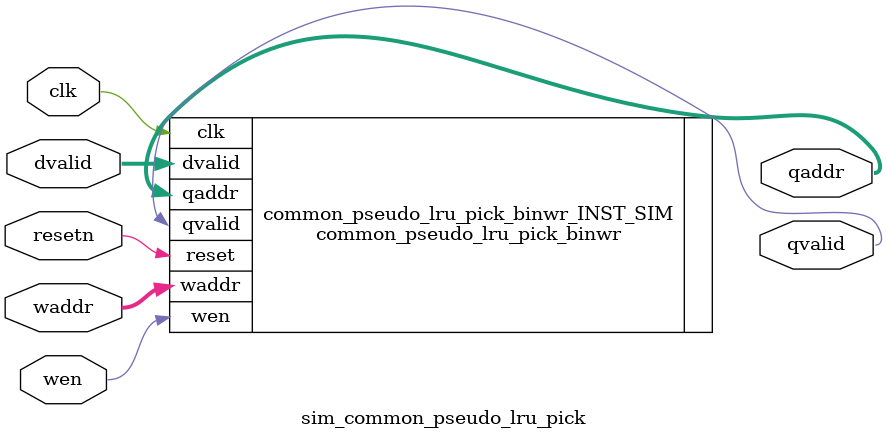
<source format=v>


module sim_common_pseudo_lru_pick #(
    parameter       SUBJECT_COUNT_LOG2  = 5
) (
    input   wire                                    clk,
    input   wire                                    resetn,

    input   wire [SUBJECT_COUNT_LOG2 - 1:0]         waddr,
    input   wire                                    wen,

    input   wire [(1 << SUBJECT_COUNT_LOG2) - 1:0]  dvalid,

    output  wire [SUBJECT_COUNT_LOG2 - 1:0]         qaddr,
    output  wire                                    qvalid
);

    common_pseudo_lru_pick_binwr #(
        .SUBJECT_COUNT_LOG2(SUBJECT_COUNT_LOG2)
    ) common_pseudo_lru_pick_binwr_INST_SIM (
        .clk    (clk),
        .reset  (resetn),

        .waddr  (waddr),
        .wen    (wen),

        .dvalid (dvalid),

        .qaddr  (qaddr),
        .qvalid (qvalid)
    );

endmodule

</source>
